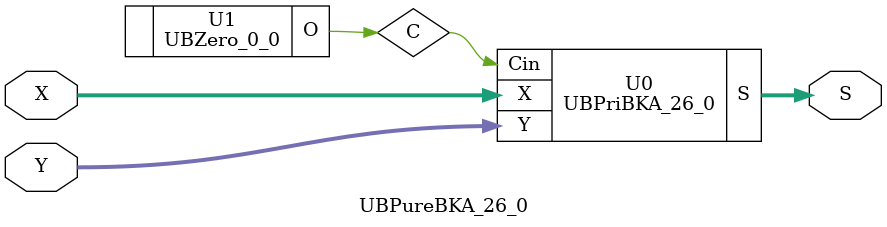
<source format=v>
/*----------------------------------------------------------------------------
  Copyright (c) 2021 Homma laboratory. All rights reserved.

  Top module: UBBKA_26_0_26_0

  Operand-1 length: 27
  Operand-2 length: 27
  Two-operand addition algorithm: Brent-Kung adder
----------------------------------------------------------------------------*/

module GPGenerator(Go, Po, A, B);
  output Go;
  output Po;
  input A;
  input B;
  assign Go = A & B;
  assign Po = A ^ B;
endmodule

module CarryOperator(Go, Po, Gi1, Pi1, Gi2, Pi2);
  output Go;
  output Po;
  input Gi1;
  input Gi2;
  input Pi1;
  input Pi2;
  assign Go = Gi1 | ( Gi2 & Pi1 );
  assign Po = Pi1 & Pi2;
endmodule

module UBPriBKA_26_0(S, X, Y, Cin);
  output [27:0] S;
  input Cin;
  input [26:0] X;
  input [26:0] Y;
  wire [26:0] G0;
  wire [26:0] G1;
  wire [26:0] G2;
  wire [26:0] G3;
  wire [26:0] G4;
  wire [26:0] G5;
  wire [26:0] G6;
  wire [26:0] G7;
  wire [26:0] G8;
  wire [26:0] P0;
  wire [26:0] P1;
  wire [26:0] P2;
  wire [26:0] P3;
  wire [26:0] P4;
  wire [26:0] P5;
  wire [26:0] P6;
  wire [26:0] P7;
  wire [26:0] P8;
  assign P1[0] = P0[0];
  assign G1[0] = G0[0];
  assign P1[2] = P0[2];
  assign G1[2] = G0[2];
  assign P1[4] = P0[4];
  assign G1[4] = G0[4];
  assign P1[6] = P0[6];
  assign G1[6] = G0[6];
  assign P1[8] = P0[8];
  assign G1[8] = G0[8];
  assign P1[10] = P0[10];
  assign G1[10] = G0[10];
  assign P1[12] = P0[12];
  assign G1[12] = G0[12];
  assign P1[14] = P0[14];
  assign G1[14] = G0[14];
  assign P1[16] = P0[16];
  assign G1[16] = G0[16];
  assign P1[18] = P0[18];
  assign G1[18] = G0[18];
  assign P1[20] = P0[20];
  assign G1[20] = G0[20];
  assign P1[22] = P0[22];
  assign G1[22] = G0[22];
  assign P1[24] = P0[24];
  assign G1[24] = G0[24];
  assign P1[26] = P0[26];
  assign G1[26] = G0[26];
  assign P2[0] = P1[0];
  assign G2[0] = G1[0];
  assign P2[1] = P1[1];
  assign G2[1] = G1[1];
  assign P2[2] = P1[2];
  assign G2[2] = G1[2];
  assign P2[4] = P1[4];
  assign G2[4] = G1[4];
  assign P2[5] = P1[5];
  assign G2[5] = G1[5];
  assign P2[6] = P1[6];
  assign G2[6] = G1[6];
  assign P2[8] = P1[8];
  assign G2[8] = G1[8];
  assign P2[9] = P1[9];
  assign G2[9] = G1[9];
  assign P2[10] = P1[10];
  assign G2[10] = G1[10];
  assign P2[12] = P1[12];
  assign G2[12] = G1[12];
  assign P2[13] = P1[13];
  assign G2[13] = G1[13];
  assign P2[14] = P1[14];
  assign G2[14] = G1[14];
  assign P2[16] = P1[16];
  assign G2[16] = G1[16];
  assign P2[17] = P1[17];
  assign G2[17] = G1[17];
  assign P2[18] = P1[18];
  assign G2[18] = G1[18];
  assign P2[20] = P1[20];
  assign G2[20] = G1[20];
  assign P2[21] = P1[21];
  assign G2[21] = G1[21];
  assign P2[22] = P1[22];
  assign G2[22] = G1[22];
  assign P2[24] = P1[24];
  assign G2[24] = G1[24];
  assign P2[25] = P1[25];
  assign G2[25] = G1[25];
  assign P2[26] = P1[26];
  assign G2[26] = G1[26];
  assign P3[0] = P2[0];
  assign G3[0] = G2[0];
  assign P3[1] = P2[1];
  assign G3[1] = G2[1];
  assign P3[2] = P2[2];
  assign G3[2] = G2[2];
  assign P3[3] = P2[3];
  assign G3[3] = G2[3];
  assign P3[4] = P2[4];
  assign G3[4] = G2[4];
  assign P3[5] = P2[5];
  assign G3[5] = G2[5];
  assign P3[6] = P2[6];
  assign G3[6] = G2[6];
  assign P3[8] = P2[8];
  assign G3[8] = G2[8];
  assign P3[9] = P2[9];
  assign G3[9] = G2[9];
  assign P3[10] = P2[10];
  assign G3[10] = G2[10];
  assign P3[11] = P2[11];
  assign G3[11] = G2[11];
  assign P3[12] = P2[12];
  assign G3[12] = G2[12];
  assign P3[13] = P2[13];
  assign G3[13] = G2[13];
  assign P3[14] = P2[14];
  assign G3[14] = G2[14];
  assign P3[16] = P2[16];
  assign G3[16] = G2[16];
  assign P3[17] = P2[17];
  assign G3[17] = G2[17];
  assign P3[18] = P2[18];
  assign G3[18] = G2[18];
  assign P3[19] = P2[19];
  assign G3[19] = G2[19];
  assign P3[20] = P2[20];
  assign G3[20] = G2[20];
  assign P3[21] = P2[21];
  assign G3[21] = G2[21];
  assign P3[22] = P2[22];
  assign G3[22] = G2[22];
  assign P3[24] = P2[24];
  assign G3[24] = G2[24];
  assign P3[25] = P2[25];
  assign G3[25] = G2[25];
  assign P3[26] = P2[26];
  assign G3[26] = G2[26];
  assign P4[0] = P3[0];
  assign G4[0] = G3[0];
  assign P4[1] = P3[1];
  assign G4[1] = G3[1];
  assign P4[2] = P3[2];
  assign G4[2] = G3[2];
  assign P4[3] = P3[3];
  assign G4[3] = G3[3];
  assign P4[4] = P3[4];
  assign G4[4] = G3[4];
  assign P4[5] = P3[5];
  assign G4[5] = G3[5];
  assign P4[6] = P3[6];
  assign G4[6] = G3[6];
  assign P4[7] = P3[7];
  assign G4[7] = G3[7];
  assign P4[8] = P3[8];
  assign G4[8] = G3[8];
  assign P4[9] = P3[9];
  assign G4[9] = G3[9];
  assign P4[10] = P3[10];
  assign G4[10] = G3[10];
  assign P4[11] = P3[11];
  assign G4[11] = G3[11];
  assign P4[12] = P3[12];
  assign G4[12] = G3[12];
  assign P4[13] = P3[13];
  assign G4[13] = G3[13];
  assign P4[14] = P3[14];
  assign G4[14] = G3[14];
  assign P4[16] = P3[16];
  assign G4[16] = G3[16];
  assign P4[17] = P3[17];
  assign G4[17] = G3[17];
  assign P4[18] = P3[18];
  assign G4[18] = G3[18];
  assign P4[19] = P3[19];
  assign G4[19] = G3[19];
  assign P4[20] = P3[20];
  assign G4[20] = G3[20];
  assign P4[21] = P3[21];
  assign G4[21] = G3[21];
  assign P4[22] = P3[22];
  assign G4[22] = G3[22];
  assign P4[23] = P3[23];
  assign G4[23] = G3[23];
  assign P4[24] = P3[24];
  assign G4[24] = G3[24];
  assign P4[25] = P3[25];
  assign G4[25] = G3[25];
  assign P4[26] = P3[26];
  assign G4[26] = G3[26];
  assign P5[0] = P4[0];
  assign G5[0] = G4[0];
  assign P5[1] = P4[1];
  assign G5[1] = G4[1];
  assign P5[2] = P4[2];
  assign G5[2] = G4[2];
  assign P5[3] = P4[3];
  assign G5[3] = G4[3];
  assign P5[4] = P4[4];
  assign G5[4] = G4[4];
  assign P5[5] = P4[5];
  assign G5[5] = G4[5];
  assign P5[6] = P4[6];
  assign G5[6] = G4[6];
  assign P5[7] = P4[7];
  assign G5[7] = G4[7];
  assign P5[8] = P4[8];
  assign G5[8] = G4[8];
  assign P5[9] = P4[9];
  assign G5[9] = G4[9];
  assign P5[10] = P4[10];
  assign G5[10] = G4[10];
  assign P5[11] = P4[11];
  assign G5[11] = G4[11];
  assign P5[12] = P4[12];
  assign G5[12] = G4[12];
  assign P5[13] = P4[13];
  assign G5[13] = G4[13];
  assign P5[14] = P4[14];
  assign G5[14] = G4[14];
  assign P5[15] = P4[15];
  assign G5[15] = G4[15];
  assign P5[16] = P4[16];
  assign G5[16] = G4[16];
  assign P5[17] = P4[17];
  assign G5[17] = G4[17];
  assign P5[18] = P4[18];
  assign G5[18] = G4[18];
  assign P5[19] = P4[19];
  assign G5[19] = G4[19];
  assign P5[20] = P4[20];
  assign G5[20] = G4[20];
  assign P5[21] = P4[21];
  assign G5[21] = G4[21];
  assign P5[22] = P4[22];
  assign G5[22] = G4[22];
  assign P5[24] = P4[24];
  assign G5[24] = G4[24];
  assign P5[25] = P4[25];
  assign G5[25] = G4[25];
  assign P5[26] = P4[26];
  assign G5[26] = G4[26];
  assign P6[0] = P5[0];
  assign G6[0] = G5[0];
  assign P6[1] = P5[1];
  assign G6[1] = G5[1];
  assign P6[2] = P5[2];
  assign G6[2] = G5[2];
  assign P6[3] = P5[3];
  assign G6[3] = G5[3];
  assign P6[4] = P5[4];
  assign G6[4] = G5[4];
  assign P6[5] = P5[5];
  assign G6[5] = G5[5];
  assign P6[6] = P5[6];
  assign G6[6] = G5[6];
  assign P6[7] = P5[7];
  assign G6[7] = G5[7];
  assign P6[8] = P5[8];
  assign G6[8] = G5[8];
  assign P6[9] = P5[9];
  assign G6[9] = G5[9];
  assign P6[10] = P5[10];
  assign G6[10] = G5[10];
  assign P6[12] = P5[12];
  assign G6[12] = G5[12];
  assign P6[13] = P5[13];
  assign G6[13] = G5[13];
  assign P6[14] = P5[14];
  assign G6[14] = G5[14];
  assign P6[15] = P5[15];
  assign G6[15] = G5[15];
  assign P6[16] = P5[16];
  assign G6[16] = G5[16];
  assign P6[17] = P5[17];
  assign G6[17] = G5[17];
  assign P6[18] = P5[18];
  assign G6[18] = G5[18];
  assign P6[20] = P5[20];
  assign G6[20] = G5[20];
  assign P6[21] = P5[21];
  assign G6[21] = G5[21];
  assign P6[22] = P5[22];
  assign G6[22] = G5[22];
  assign P6[23] = P5[23];
  assign G6[23] = G5[23];
  assign P6[24] = P5[24];
  assign G6[24] = G5[24];
  assign P6[25] = P5[25];
  assign G6[25] = G5[25];
  assign P6[26] = P5[26];
  assign G6[26] = G5[26];
  assign P7[0] = P6[0];
  assign G7[0] = G6[0];
  assign P7[1] = P6[1];
  assign G7[1] = G6[1];
  assign P7[2] = P6[2];
  assign G7[2] = G6[2];
  assign P7[3] = P6[3];
  assign G7[3] = G6[3];
  assign P7[4] = P6[4];
  assign G7[4] = G6[4];
  assign P7[6] = P6[6];
  assign G7[6] = G6[6];
  assign P7[7] = P6[7];
  assign G7[7] = G6[7];
  assign P7[8] = P6[8];
  assign G7[8] = G6[8];
  assign P7[10] = P6[10];
  assign G7[10] = G6[10];
  assign P7[11] = P6[11];
  assign G7[11] = G6[11];
  assign P7[12] = P6[12];
  assign G7[12] = G6[12];
  assign P7[14] = P6[14];
  assign G7[14] = G6[14];
  assign P7[15] = P6[15];
  assign G7[15] = G6[15];
  assign P7[16] = P6[16];
  assign G7[16] = G6[16];
  assign P7[18] = P6[18];
  assign G7[18] = G6[18];
  assign P7[19] = P6[19];
  assign G7[19] = G6[19];
  assign P7[20] = P6[20];
  assign G7[20] = G6[20];
  assign P7[22] = P6[22];
  assign G7[22] = G6[22];
  assign P7[23] = P6[23];
  assign G7[23] = G6[23];
  assign P7[24] = P6[24];
  assign G7[24] = G6[24];
  assign P7[26] = P6[26];
  assign G7[26] = G6[26];
  assign P8[0] = P7[0];
  assign G8[0] = G7[0];
  assign P8[1] = P7[1];
  assign G8[1] = G7[1];
  assign P8[3] = P7[3];
  assign G8[3] = G7[3];
  assign P8[5] = P7[5];
  assign G8[5] = G7[5];
  assign P8[7] = P7[7];
  assign G8[7] = G7[7];
  assign P8[9] = P7[9];
  assign G8[9] = G7[9];
  assign P8[11] = P7[11];
  assign G8[11] = G7[11];
  assign P8[13] = P7[13];
  assign G8[13] = G7[13];
  assign P8[15] = P7[15];
  assign G8[15] = G7[15];
  assign P8[17] = P7[17];
  assign G8[17] = G7[17];
  assign P8[19] = P7[19];
  assign G8[19] = G7[19];
  assign P8[21] = P7[21];
  assign G8[21] = G7[21];
  assign P8[23] = P7[23];
  assign G8[23] = G7[23];
  assign P8[25] = P7[25];
  assign G8[25] = G7[25];
  assign S[0] = Cin ^ P0[0];
  assign S[1] = ( G8[0] | ( P8[0] & Cin ) ) ^ P0[1];
  assign S[2] = ( G8[1] | ( P8[1] & Cin ) ) ^ P0[2];
  assign S[3] = ( G8[2] | ( P8[2] & Cin ) ) ^ P0[3];
  assign S[4] = ( G8[3] | ( P8[3] & Cin ) ) ^ P0[4];
  assign S[5] = ( G8[4] | ( P8[4] & Cin ) ) ^ P0[5];
  assign S[6] = ( G8[5] | ( P8[5] & Cin ) ) ^ P0[6];
  assign S[7] = ( G8[6] | ( P8[6] & Cin ) ) ^ P0[7];
  assign S[8] = ( G8[7] | ( P8[7] & Cin ) ) ^ P0[8];
  assign S[9] = ( G8[8] | ( P8[8] & Cin ) ) ^ P0[9];
  assign S[10] = ( G8[9] | ( P8[9] & Cin ) ) ^ P0[10];
  assign S[11] = ( G8[10] | ( P8[10] & Cin ) ) ^ P0[11];
  assign S[12] = ( G8[11] | ( P8[11] & Cin ) ) ^ P0[12];
  assign S[13] = ( G8[12] | ( P8[12] & Cin ) ) ^ P0[13];
  assign S[14] = ( G8[13] | ( P8[13] & Cin ) ) ^ P0[14];
  assign S[15] = ( G8[14] | ( P8[14] & Cin ) ) ^ P0[15];
  assign S[16] = ( G8[15] | ( P8[15] & Cin ) ) ^ P0[16];
  assign S[17] = ( G8[16] | ( P8[16] & Cin ) ) ^ P0[17];
  assign S[18] = ( G8[17] | ( P8[17] & Cin ) ) ^ P0[18];
  assign S[19] = ( G8[18] | ( P8[18] & Cin ) ) ^ P0[19];
  assign S[20] = ( G8[19] | ( P8[19] & Cin ) ) ^ P0[20];
  assign S[21] = ( G8[20] | ( P8[20] & Cin ) ) ^ P0[21];
  assign S[22] = ( G8[21] | ( P8[21] & Cin ) ) ^ P0[22];
  assign S[23] = ( G8[22] | ( P8[22] & Cin ) ) ^ P0[23];
  assign S[24] = ( G8[23] | ( P8[23] & Cin ) ) ^ P0[24];
  assign S[25] = ( G8[24] | ( P8[24] & Cin ) ) ^ P0[25];
  assign S[26] = ( G8[25] | ( P8[25] & Cin ) ) ^ P0[26];
  assign S[27] = G8[26] | ( P8[26] & Cin );
  GPGenerator U0 (G0[0], P0[0], X[0], Y[0]);
  GPGenerator U1 (G0[1], P0[1], X[1], Y[1]);
  GPGenerator U2 (G0[2], P0[2], X[2], Y[2]);
  GPGenerator U3 (G0[3], P0[3], X[3], Y[3]);
  GPGenerator U4 (G0[4], P0[4], X[4], Y[4]);
  GPGenerator U5 (G0[5], P0[5], X[5], Y[5]);
  GPGenerator U6 (G0[6], P0[6], X[6], Y[6]);
  GPGenerator U7 (G0[7], P0[7], X[7], Y[7]);
  GPGenerator U8 (G0[8], P0[8], X[8], Y[8]);
  GPGenerator U9 (G0[9], P0[9], X[9], Y[9]);
  GPGenerator U10 (G0[10], P0[10], X[10], Y[10]);
  GPGenerator U11 (G0[11], P0[11], X[11], Y[11]);
  GPGenerator U12 (G0[12], P0[12], X[12], Y[12]);
  GPGenerator U13 (G0[13], P0[13], X[13], Y[13]);
  GPGenerator U14 (G0[14], P0[14], X[14], Y[14]);
  GPGenerator U15 (G0[15], P0[15], X[15], Y[15]);
  GPGenerator U16 (G0[16], P0[16], X[16], Y[16]);
  GPGenerator U17 (G0[17], P0[17], X[17], Y[17]);
  GPGenerator U18 (G0[18], P0[18], X[18], Y[18]);
  GPGenerator U19 (G0[19], P0[19], X[19], Y[19]);
  GPGenerator U20 (G0[20], P0[20], X[20], Y[20]);
  GPGenerator U21 (G0[21], P0[21], X[21], Y[21]);
  GPGenerator U22 (G0[22], P0[22], X[22], Y[22]);
  GPGenerator U23 (G0[23], P0[23], X[23], Y[23]);
  GPGenerator U24 (G0[24], P0[24], X[24], Y[24]);
  GPGenerator U25 (G0[25], P0[25], X[25], Y[25]);
  GPGenerator U26 (G0[26], P0[26], X[26], Y[26]);
  CarryOperator U27 (G1[1], P1[1], G0[1], P0[1], G0[0], P0[0]);
  CarryOperator U28 (G1[3], P1[3], G0[3], P0[3], G0[2], P0[2]);
  CarryOperator U29 (G1[5], P1[5], G0[5], P0[5], G0[4], P0[4]);
  CarryOperator U30 (G1[7], P1[7], G0[7], P0[7], G0[6], P0[6]);
  CarryOperator U31 (G1[9], P1[9], G0[9], P0[9], G0[8], P0[8]);
  CarryOperator U32 (G1[11], P1[11], G0[11], P0[11], G0[10], P0[10]);
  CarryOperator U33 (G1[13], P1[13], G0[13], P0[13], G0[12], P0[12]);
  CarryOperator U34 (G1[15], P1[15], G0[15], P0[15], G0[14], P0[14]);
  CarryOperator U35 (G1[17], P1[17], G0[17], P0[17], G0[16], P0[16]);
  CarryOperator U36 (G1[19], P1[19], G0[19], P0[19], G0[18], P0[18]);
  CarryOperator U37 (G1[21], P1[21], G0[21], P0[21], G0[20], P0[20]);
  CarryOperator U38 (G1[23], P1[23], G0[23], P0[23], G0[22], P0[22]);
  CarryOperator U39 (G1[25], P1[25], G0[25], P0[25], G0[24], P0[24]);
  CarryOperator U40 (G2[3], P2[3], G1[3], P1[3], G1[1], P1[1]);
  CarryOperator U41 (G2[7], P2[7], G1[7], P1[7], G1[5], P1[5]);
  CarryOperator U42 (G2[11], P2[11], G1[11], P1[11], G1[9], P1[9]);
  CarryOperator U43 (G2[15], P2[15], G1[15], P1[15], G1[13], P1[13]);
  CarryOperator U44 (G2[19], P2[19], G1[19], P1[19], G1[17], P1[17]);
  CarryOperator U45 (G2[23], P2[23], G1[23], P1[23], G1[21], P1[21]);
  CarryOperator U46 (G3[7], P3[7], G2[7], P2[7], G2[3], P2[3]);
  CarryOperator U47 (G3[15], P3[15], G2[15], P2[15], G2[11], P2[11]);
  CarryOperator U48 (G3[23], P3[23], G2[23], P2[23], G2[19], P2[19]);
  CarryOperator U49 (G4[15], P4[15], G3[15], P3[15], G3[7], P3[7]);
  CarryOperator U50 (G5[23], P5[23], G4[23], P4[23], G4[15], P4[15]);
  CarryOperator U51 (G6[11], P6[11], G5[11], P5[11], G5[7], P5[7]);
  CarryOperator U52 (G6[19], P6[19], G5[19], P5[19], G5[15], P5[15]);
  CarryOperator U53 (G7[5], P7[5], G6[5], P6[5], G6[3], P6[3]);
  CarryOperator U54 (G7[9], P7[9], G6[9], P6[9], G6[7], P6[7]);
  CarryOperator U55 (G7[13], P7[13], G6[13], P6[13], G6[11], P6[11]);
  CarryOperator U56 (G7[17], P7[17], G6[17], P6[17], G6[15], P6[15]);
  CarryOperator U57 (G7[21], P7[21], G6[21], P6[21], G6[19], P6[19]);
  CarryOperator U58 (G7[25], P7[25], G6[25], P6[25], G6[23], P6[23]);
  CarryOperator U59 (G8[2], P8[2], G7[2], P7[2], G7[1], P7[1]);
  CarryOperator U60 (G8[4], P8[4], G7[4], P7[4], G7[3], P7[3]);
  CarryOperator U61 (G8[6], P8[6], G7[6], P7[6], G7[5], P7[5]);
  CarryOperator U62 (G8[8], P8[8], G7[8], P7[8], G7[7], P7[7]);
  CarryOperator U63 (G8[10], P8[10], G7[10], P7[10], G7[9], P7[9]);
  CarryOperator U64 (G8[12], P8[12], G7[12], P7[12], G7[11], P7[11]);
  CarryOperator U65 (G8[14], P8[14], G7[14], P7[14], G7[13], P7[13]);
  CarryOperator U66 (G8[16], P8[16], G7[16], P7[16], G7[15], P7[15]);
  CarryOperator U67 (G8[18], P8[18], G7[18], P7[18], G7[17], P7[17]);
  CarryOperator U68 (G8[20], P8[20], G7[20], P7[20], G7[19], P7[19]);
  CarryOperator U69 (G8[22], P8[22], G7[22], P7[22], G7[21], P7[21]);
  CarryOperator U70 (G8[24], P8[24], G7[24], P7[24], G7[23], P7[23]);
  CarryOperator U71 (G8[26], P8[26], G7[26], P7[26], G7[25], P7[25]);
endmodule

module UBZero_0_0(O);
  output [0:0] O;
  assign O[0] = 0;
endmodule

module UBBKA_26_0_26_0 (S, X, Y);
  output [27:0] S;
  input [26:0] X;
  input [26:0] Y;
  UBPureBKA_26_0 U0 (S[27:0], X[26:0], Y[26:0]);
endmodule

module UBPureBKA_26_0 (S, X, Y);
  output [27:0] S;
  input [26:0] X;
  input [26:0] Y;
  wire C;
  UBPriBKA_26_0 U0 (S, X, Y, C);
  UBZero_0_0 U1 (C);
endmodule


</source>
